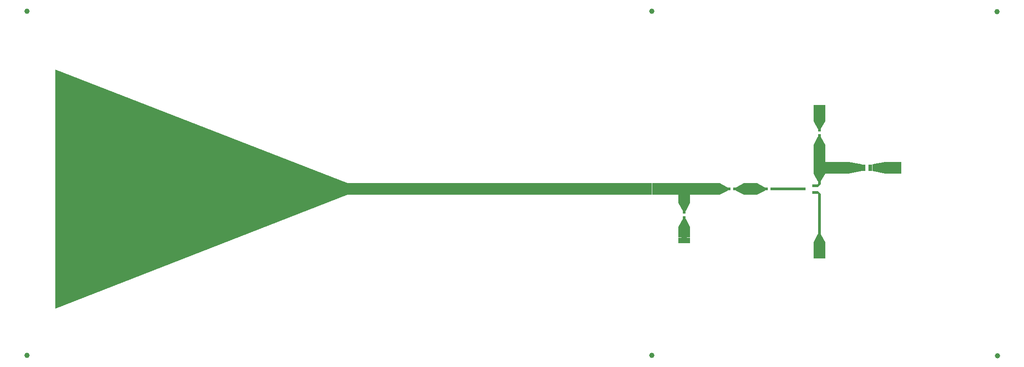
<source format=gbr>
G04 ===== Begin FILE IDENTIFICATION =====*
G04 File Format:  Gerber RS274X*
G04 ===== End FILE IDENTIFICATION =====*
%FSLAX24Y24*%
%MOMM*%
%SFA1.0000B1.0000*%
%OFA0.0B0.0*%
%ADD14C,1.000000*%
%ADD15R,5.000000X2.200000*%
%ADD16R,2.200000X2.200000*%
%ADD17C,1.100000*%
%ADD18R,2.200000X1.100000*%
%ADD19R,2.200000X2.000000*%
%ADD20R,0.600000X0.500000*%
%ADD21R,0.500000X0.600000*%
%ADD22R,1.000000X0.600000*%
%ADD23R,0.600000X0.500300*%
%ADD24R,0.700000X1.300000*%
%ADD25R,2.000000X2.200000*%
%ADD26R,1.100000X2.200000*%
%ADD27R,2.500000X2.200000*%
%ADD28R,2.200000X1.535000*%
%ADD29R,5.600000X2.200000*%
%ADD30R,4.436600X2.200000*%
%ADD31R,2.200000X3.202400*%
%ADD32R,6.179600X0.600000*%
%ADD33R,0.600000X7.629600*%
%LNcond*%
%IPPOS*%
%LPD*%
G75*
G36*
G01X-1147174Y360227D02*
G01X-596144Y145737D01*
G01X-23114D01*
G01Y123737D01*
G01X-596144D01*
G01X-1147174Y-90753D01*
G01Y360227D01*
G37*
D14*
X-22878Y-179401D03*
X627406Y-179656D03*
X627170Y469745D03*
X-23114Y470000D03*
D15*
X1886Y134737D03*
D16*
X37886D03*
D17*
Y43387D03*
D18*
Y37887D03*
G36*
G01X48886Y63387D02*
G01X26886D01*
G01X34886Y78387D01*
G01X40886D01*
G01X48886Y63387D01*
G37*
D19*
X37886Y53387D03*
G36*
G01X48886Y108387D02*
G01X26886D01*
G01X34886Y93387D01*
G01X40886D01*
G01X48886Y108387D01*
G37*
D20*
X37886Y90887D03*
Y80887D03*
D21*
X202386Y134737D03*
X192386D03*
G36*
G01X174886Y145737D02*
G01Y123737D01*
G01X189886Y131737D01*
G01Y137737D01*
G01X174886Y145737D01*
G37*
D21*
X132386Y134737D03*
X122386D03*
G36*
G01X104886Y145737D02*
G01Y123737D01*
G01X119886Y131737D01*
G01Y137737D01*
G01X104886Y145737D01*
G37*
G36*
G01X149886Y145737D02*
G01Y123737D01*
G01X134886Y131737D01*
G01Y137737D01*
G01X149886Y145737D01*
G37*
D22*
X284382Y128387D03*
G36*
G01X289382Y125387D02*
G01Y131387D01*
G01X295382Y125387D01*
G01X289382D01*
G37*
D22*
X284382Y141087D03*
G36*
G01X289382Y144087D02*
G01Y138087D01*
G01X295382Y144087D01*
G01X289382D01*
G37*
D17*
X292382Y14091D03*
D18*
Y8591D03*
D19*
Y24091D03*
G36*
G01X281382Y34091D02*
G01X303382D01*
G01X295382Y49091D01*
G01X289382D01*
G01X281382Y34091D01*
G37*
D23*
X292382Y146590D03*
D16*
Y175090D03*
G36*
G01X281382Y164090D02*
G01X303382D01*
G01X295382Y149090D01*
G01X289382D01*
G01X281382Y164090D01*
G37*
D20*
X292382Y235614D03*
Y245614D03*
G36*
G01X281382Y218114D02*
G01X303382D01*
G01X295382Y233114D01*
G01X289382D01*
G01X281382Y218114D01*
G37*
G36*
G01X281382Y263114D02*
G01X303382D01*
G01X295382Y248114D01*
G01X289382D01*
G01X281382Y263114D01*
G37*
D19*
X292382Y273114D03*
D17*
Y283114D03*
D18*
Y288614D03*
D24*
X375598Y175090D03*
X388598D03*
G36*
G01X347748Y164090D02*
G01Y186090D01*
G01X372098Y181590D01*
G01Y168590D01*
G01X347748Y164090D01*
G37*
G36*
G01X416448Y164090D02*
G01Y186090D01*
G01X392098Y181590D01*
G01Y168590D01*
G01X416448Y164090D01*
G37*
D25*
X426448Y175090D03*
D17*
X436448D03*
D26*
X441948D03*
D27*
X162386Y134737D03*
D28*
X37886Y116062D03*
D29*
X76886Y134737D03*
D30*
X325565Y175090D03*
D31*
X292382Y202102D03*
D32*
X235784Y134737D03*
D33*
X292382Y87239D03*
D14*
X-1200000Y470000D03*
Y-179401D03*
M02*


</source>
